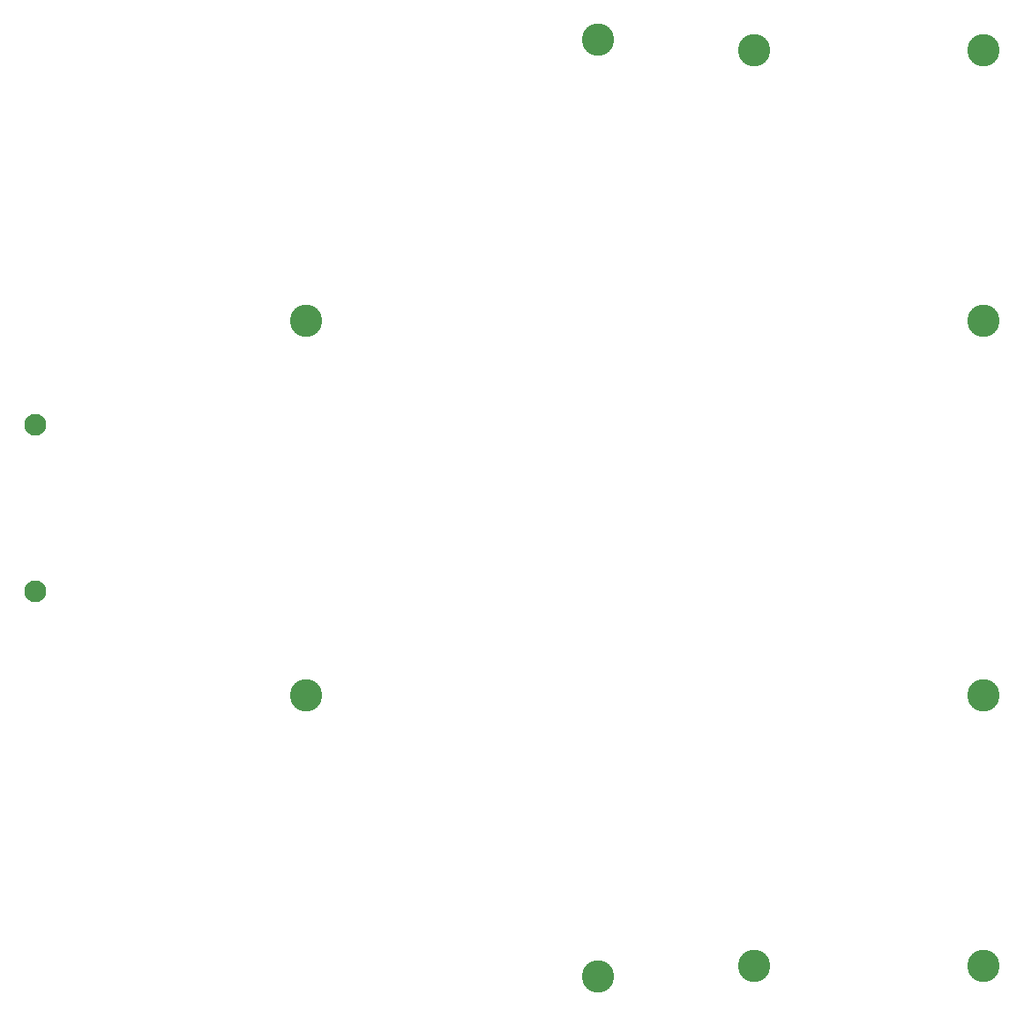
<source format=gbr>
M48
;DRILL file {Pcbnew (2013-may-18)-stable} date Вт 27 окт 2015 07:17:42
;FORMAT={-:-/ absolute / metric / decimal}
FMAT,2
METRIC,TZ
T1C2.100
T2C3.100
%
G90
G05
M71
T1
X56.Y-73.
X56.Y-89.
T2
X82.Y-63.
X82.Y-99.
X110.Y-36.
X110.Y-126.
X125.Y-37.
X125.Y-125.
X147.Y-37.
X147.Y-63.
X147.Y-99.
X147.Y-125.
T0
M30

</source>
